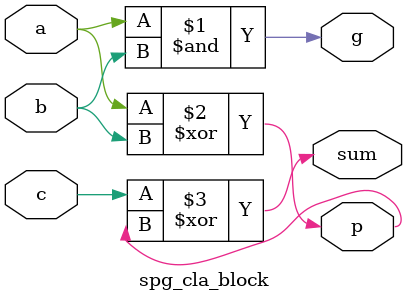
<source format=v>
`timescale 1ns / 1ps


module adder(
 input [12:0] A, B,
    output [12:0] result,
    output cout
    );
    
    // value passed into adder
    wire [2:0] carry;
    
    carry_lookahead #(.N(4)) cla1(A[3:0], B[3:0], carry[0], result[3:0], carry[1]);
    carry_lookahead #(.N(4)) cla2(A[7:4], B[7:4], carry[1], result[7:4], carry[2]);
    carry_lookahead #(.N(5)) cla3(A[12:8], B[12:8], carry[2], result[12:8], cout);
    

endmodule

module carry_lookahead #(parameter N = 4) (
    input [N - 1:0] A,
    input [N - 1:0] B,
    input cin, // Carry in
    output [N - 1:0] sum,
    output cout
    );
    
    wire[N:0] carry;
    wire [N - 1:0] p; // propogate
    wire [N - 1:0] g; // generate
    
    genvar i;
    
    generate
    for(i = 0; i < N; i = i + 1) begin : cla
        spg_cla_block spg(A[i], B[i], carry[i], sum[i], p[i], g[i]);
    end 
    endgenerate
    
    assign carry[0] = cin;
    assign carry[N:1] = g | (p & carry[3:0]);
    assign cout = carry[N];
    
endmodule

module spg_cla_block(
    
    input a,
    input b,
    input c, // carry in
    output sum, // sum
    output p, // propogate
    output g // generate
    );
    
    assign g = a & b;
    assign p = a ^ b;
    assign sum = c ^ p;
    
endmodule

</source>
